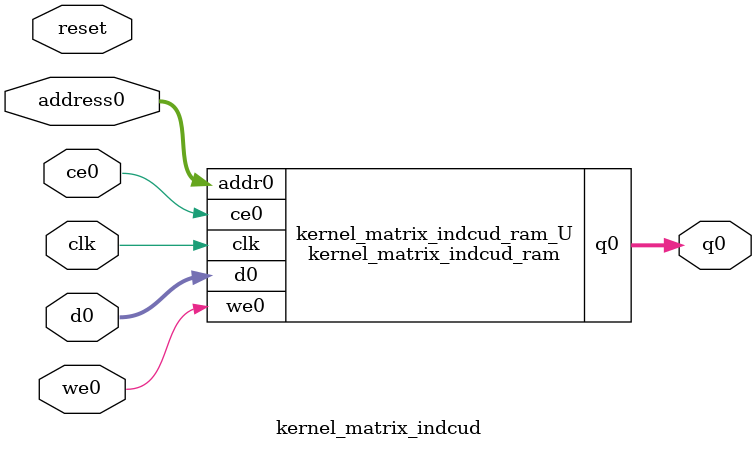
<source format=v>

`timescale 1 ns / 1 ps
module kernel_matrix_indcud_ram (addr0, ce0, d0, we0, q0,  clk);

parameter DWIDTH = 32;
parameter AWIDTH = 10;
parameter MEM_SIZE = 784;

input[AWIDTH-1:0] addr0;
input ce0;
input[DWIDTH-1:0] d0;
input we0;
output reg[DWIDTH-1:0] q0;
input clk;

(* ram_style = "block" *)reg [DWIDTH-1:0] ram[0:MEM_SIZE-1];




always @(posedge clk)  
begin 
    if (ce0) 
    begin
        if (we0) 
        begin 
            ram[addr0] <= d0; 
            q0 <= d0;
        end 
        else 
            q0 <= ram[addr0];
    end
end


endmodule


`timescale 1 ns / 1 ps
module kernel_matrix_indcud(
    reset,
    clk,
    address0,
    ce0,
    we0,
    d0,
    q0);

parameter DataWidth = 32'd32;
parameter AddressRange = 32'd784;
parameter AddressWidth = 32'd10;
input reset;
input clk;
input[AddressWidth - 1:0] address0;
input ce0;
input we0;
input[DataWidth - 1:0] d0;
output[DataWidth - 1:0] q0;



kernel_matrix_indcud_ram kernel_matrix_indcud_ram_U(
    .clk( clk ),
    .addr0( address0 ),
    .ce0( ce0 ),
    .we0( we0 ),
    .d0( d0 ),
    .q0( q0 ));

endmodule


</source>
